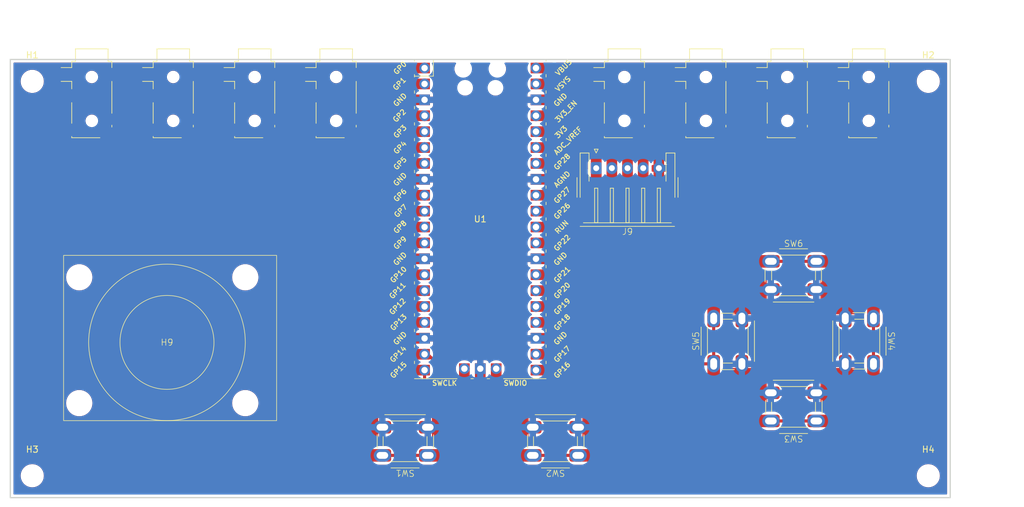
<source format=kicad_pcb>
(kicad_pcb (version 20240108) (generator "pcbnew") (generator_version "8.0")
  (layers (0 "F.Cu" signal) (31 "B.Cu" signal) (34 "B.Paste" user) (35 "F.Paste" user) (36 "B.SilkS" user "B.Silkscreen") (37 "F.SilkS" user "F.Silkscreen") (38 "B.Mask" user) (39 "F.Mask" user) (44 "Edge.Cuts" user))
  (net 0 "")
  (net 1 "+3V3")
  (net 2 "/ADC2")
  (net 3 "/ADC1")
  (net 4 "/GPIO22")
  (net 6 "/ADC0")
  (net 7 "/GPIO20")
  (net 9 "/GPIO21")
  (net 10 "/GPIO19")
  (net 11 "/GPIO18")
  (net 12 "/GPIO17")
  (net 14 "/GPIO16")
  (net 15 "/GPIO15")
  (net 16 "/GPIO14")
  (net 17 "/GPIO13")
  (net 18 "/GPIO12")
  (net 19 "/GPIO7")
  (net 23 "/GPIO6")
  (net 24 "/GPIO11")
  (net 25 "/GPIO10")
  (net 26 "/GPIO5")
  (net 27 "/GPIO8")
  (net 29 "GND")
  (net 30 "/GPIO3")
  (net 31 "/GPIO2")
  (net 32 "/GPIO1")
  (net 33 "/GPIO0")
  (net 34 "/GPIO9")
  (net 35 "/GPIO4")
  (net 36 "/ADC2_N")
  (net 37 "/ADC0_N")
  (footprint "Audio-jacks Libraries:SW_PUSH_combined_6mm" (layer "F.Cu") (at 171.75 82.25)
    (property "Reference" "SW6")
    (property "Value" "SW_Push")
  )
  (footprint "Audio-jacks Libraries:Jack_3.5_PJ31060-I_L_pads" (layer "F.Cu") (at 89 57.5)
    (property "Reference" "J2" (hide yes))
    (property "Value" "AudioJack4_SwitchTR1" (hide yes))
  )
  (footprint "Audio-jacks Libraries:JST_XH_S5B_combined_1x05" (layer "F.Cu") (at 143.5 67.43)
    (property "Reference" "J9")
    (property "Value" "Conn_01x05_MountingPin")
  )
  (footprint "MountingHole:MountingHole_3.2mm_M3" (layer "F.Cu") (at 53.5 53.5)
    (property "Reference" "H1")
    (property "Value" "MountingHole")
  )
  (footprint "Audio-jacks Libraries:Joystick_module_lifted" (layer "F.Cu") (at 61 84.8)
    (property "Reference" "H9")
    (property "Value" "Joystick module - 4 MP")
  )
  (footprint "Audio-jacks Libraries:Jack_3.5_PJ31060-I_L_pads" (layer "F.Cu") (at 174 57.5)
    (property "Reference" "J6" (hide yes))
    (property "Value" "AudioJack4_SwitchTR1" (hide yes))
  )
  (footprint "Audio-jacks Libraries:SW_PUSH_combined_6mm" (layer "F.Cu") (at 116.25 113.25 180)
    (property "Reference" "SW1")
    (property "Value" "SW_Push")
  )
  (footprint "Audio-jacks Libraries:SW_PUSH_combined_6mm" (layer "F.Cu") (at 187.75 91.75 -90)
    (property "Reference" "SW4")
    (property "Value" "SW_Push")
  )
  (footprint "MCU_RaspberryPi_and_Boards:RPi_Pico_SMD_TH" (layer "F.Cu") (at 125 75.5)
    (property "Reference" "U1")
    (property "Value" "Pico")
  )
  (footprint "Audio-jacks Libraries:Jack_3.5_PJ31060-I_L_pads" (layer "F.Cu") (at 161 57.5)
    (property "Reference" "J7" (hide yes))
    (property "Value" "AudioJack4_SwitchTR1" (hide yes))
  )
  (footprint "MountingHole:MountingHole_3.2mm_M3" (layer "F.Cu") (at 196.5 53.5)
    (property "Reference" "H2")
    (property "Value" "MountingHole")
  )
  (footprint "Audio-jacks Libraries:Jack_3.5_PJ31060-I_L_pads" (layer "F.Cu") (at 148 57.5)
    (property "Reference" "J8" (hide yes))
    (property "Value" "AudioJack4_SwitchTR1" (hide yes))
  )
  (footprint "Audio-jacks Libraries:Jack_3.5_PJ31060-I_L_pads" (layer "F.Cu") (at 102 57.5)
    (property "Reference" "J1" (hide yes))
    (property "Value" "AudioJack4_SwitchTR1" (hide yes))
  )
  (footprint "Audio-jacks Libraries:Jack_3.5_PJ31060-I_L_pads" (layer "F.Cu") (at 63 57.5)
    (property "Reference" "J4" (hide yes))
    (property "Value" "AudioJack4_SwitchTR1" (hide yes))
  )
  (footprint "Audio-jacks Libraries:SW_PUSH_combined_6mm" (layer "F.Cu") (at 162.25 98.25 90)
    (property "Reference" "SW5")
    (property "Value" "SW_Push")
  )
  (footprint "MountingHole:MountingHole_3.2mm_M3" (layer "F.Cu") (at 196.5 116.5)
    (property "Reference" "H4")
    (property "Value" "MountingHole")
  )
  (footprint "Audio-jacks Libraries:SW_PUSH_combined_6mm" (layer "F.Cu") (at 140.25 113.25 180)
    (property "Reference" "SW2")
    (property "Value" "SW_Push")
  )
  (footprint "MountingHole:MountingHole_3.2mm_M3" (layer "F.Cu") (at 53.5 116.5)
    (property "Reference" "H3")
    (property "Value" "MountingHole")
  )
  (footprint "Audio-jacks Libraries:SW_PUSH_combined_6mm" (layer "F.Cu") (at 178.25 107.75 180)
    (property "Reference" "SW3")
    (property "Value" "SW_Push")
  )
  (footprint "Audio-jacks Libraries:Jack_3.5_PJ31060-I_L_pads" (layer "F.Cu") (at 187 57.5)
    (property "Reference" "J5" (hide yes))
    (property "Value" "AudioJack4_SwitchTR1" (hide yes))
  )
  (footprint "Audio-jacks Libraries:Jack_3.5_PJ31060-I_L_pads" (layer "F.Cu") (at 76 57.5)
    (property "Reference" "J3" (hide yes))
    (property "Value" "AudioJack4_SwitchTR1" (hide yes))
  )
  (gr_rect (start 50 50) (end 200 120) (stroke (width 0.2)) (fill none) (layer "Edge.Cuts"))
  (segment (start 151.2 52.4) (end 152.85 54.05) (width 0.5) (layer "F.Cu") (net 1))
  (segment (start 160.564214 63.35) (end 159.564213 64.350001) (width 0.5) (layer "F.Cu") (net 1))
  (segment (start 151 67.43) (end 151 67.36) (width 0.5) (layer "F.Cu") (net 1))
  (segment (start 164.2 52.4) (end 164.2 52.35) (width 0.5) (layer "F.Cu") (net 1))
  (segment (start 149.536437 54.063563) (end 151.2 52.4) (width 0.5) (layer "F.Cu") (net 1))
  (segment (start 162.55 54.05) (end 164.2 52.4) (width 0.5) (layer "F.Cu") (net 1))
  (segment (start 137.29 60.21) (end 137.29 58.21) (width 0.5) (layer "F.Cu") (net 1))
  (segment (start 151 65) (end 151 67.43) (width 0.5) (layer "F.Cu") (net 1))
  (segment (start 151.649999 64.350001) (end 151 65) (width 0.5) (layer "F.Cu") (net 1))
  (segment (start 159.564213 64.350001) (end 151.649999 64.350001) (width 0.5) (layer "F.Cu") (net 1))
  (segment (start 141.436437 54.063563) (end 149.536437 54.063563) (width 0.5) (layer "F.Cu") (net 1))
  (segment (start 133.89 61.53) (end 135.97 61.53) (width 0.5) (layer "F.Cu") (net 1))
  (segment (start 164.2 52.35) (end 166.65 54.8) (width 0.5) (layer "F.Cu") (net 1))
  (segment (start 137.29 58.21) (end 141.436437 54.063563) (width 0.5) (layer "F.Cu") (net 1))
  (segment (start 166.65 62.744688) (end 166.044688 63.35) (width 0.5) (layer "F.Cu") (net 1))
  (segment (start 152.85 54.05) (end 162.55 54.05) (width 0.5) (layer "F.Cu") (net 1))
  (segment (start 166.65 54.8) (end 166.65 62.744688) (width 0.5) (layer "F.Cu") (net 1))
  (segment (start 166.044688 63.35) (end 160.564214 63.35) (width 0.5) (layer "F.Cu") (net 1))
  (segment (start 135.97 61.53) (end 137.29 60.21) (width 0.5) (layer "F.Cu") (net 1))
  (segment (start 138.290001 58.624213) (end 141.114214 55.8) (width 0.5) (layer "F.Cu") (net 2))
  (segment (start 137.29 61.624214) (end 138.290001 60.624213) (width 0.5) (layer "F.Cu") (net 2))
  (segment (start 137.29 65.246386) (end 137.29 61.624214) (width 0.5) (layer "F.Cu") (net 2))
  (segment (start 133.89 66.61) (end 135.926386 66.61) (width 0.5) (layer "F.Cu") (net 2))
  (segment (start 141.114214 55.8) (end 144.8 55.8) (width 0.5) (layer "F.Cu") (net 2))
  (segment (start 135.926386 66.61) (end 137.29 65.246386) (width 0.5) (layer "F.Cu") (net 2))
  (segment (start 138.290001 60.624213) (end 138.290001 58.624213) (width 0.5) (layer "F.Cu") (net 2))
  (segment (start 147.085786 57.5) (end 152.594688 57.5) (width 0.5) (layer "F.Cu") (net 3))
  (segment (start 155.194688 55.8) (end 157.8 55.8) (width 0.5) (layer "F.Cu") (net 3))
  (segment (start 141.35 59.841098) (end 142.541098 58.65) (width 0.5) (layer "F.Cu") (net 3))
  (segment (start 136.299999 71.600001) (end 140.8875 67.0125) (width 0.5) (layer "F.Cu") (net 3))
  (segment (start 153.044688 57.95) (end 155.194688 55.8) (width 0.5) (layer "F.Cu") (net 3))
  (segment (start 142.541098 58.65) (end 145.935786 58.65) (width 0.5) (layer "F.Cu") (net 3))
  (segment (start 154.85 62.35) (end 156.7 62.35) (width 0.5) (layer "F.Cu") (net 3))
  (segment (start 152.594688 57.5) (end 153.044688 57.95) (width 0.5) (layer "F.Cu") (net 3))
  (segment (start 140.887499 64.277877) (end 140.887499 63.449451) (width 0.5) (layer "F.Cu") (net 3))
  (segment (start 140.887499 63.449451) (end 141.35 62.98695) (width 0.5) (layer "F.Cu") (net 3))
  (segment (start 141.35 62.98695) (end 141.35 59.841098) (width 0.5) (layer "F.Cu") (net 3))
  (segment (start 153.65 61.15) (end 154.85 62.35) (width 0.5) (layer "F.Cu") (net 3))
  (segment (start 133.89 71.69) (end 136.299999 71.69) (width 0.5) (layer "F.Cu") (net 3))
  (segment (start 153.044688 57.95) (end 153.65 58.555312) (width 0.5) (layer "F.Cu") (net 3))
  (segment (start 156.7 62.35) (end 157.8 61.25) (width 0.5) (layer "F.Cu") (net 3))
  (segment (start 140.8875 67.0125) (end 140.887499 64.277877) (width 0.5) (layer "F.Cu") (net 3))
  (segment (start 153.65 58.555312) (end 153.65 61.15) (width 0.5) (layer "F.Cu") (net 3))
  (segment (start 136.299999 71.69) (end 136.299999 71.600001) (width 0.5) (layer "F.Cu") (net 3))
  (segment (start 145.935786 58.65) (end 147.085786 57.5) (width 0.5) (layer "F.Cu") (net 3))
  (segment (start 138.3 73.314214) (end 138.3 72.428428) (width 0.5) (layer "F.Cu") (net 4))
  (segment (start 137.5 74.114214) (end 138.3 73.314214) (width 0.5) (layer "F.Cu") (net 4))
  (segment (start 148.5 64.5) (end 148.5 67.36) (width 0.5) (layer "F.Cu") (net 4))
  (segment (start 164.2 61.75) (end 160.75 61.75) (width 0.5) (layer "F.Cu") (net 4))
  (segment (start 136.35 79.31) (end 137.5 78.16) (width 0.5) (layer "F.Cu") (net 4))
  (segment (start 164.2 59.55) (end 164.2 61.75) (width 0.5) (layer "F.Cu") (net 4))
  (segment (start 138.3 72.428428) (end 140.298428 70.43) (width 0.5) (layer "F.Cu") (net 4))
  (segment (start 137.5 78.16) (end 137.5 74.114214) (width 0.5) (layer "F.Cu") (net 4))
  (segment (start 146.969152 70.43) (end 148.5 68.899152) (width 0.5) (layer "F.Cu") (net 4))
  (segment (start 160.75 61.75) (end 159.15 63.35) (width 0.5) (layer "F.Cu") (net 4))
  (segment (start 148.5 68.899152) (end 148.5 67.43) (width 0.5) (layer "F.Cu") (net 4))
  (segment (start 159.15 63.35) (end 149.65 63.35) (width 0.5) (layer "F.Cu") (net 4))
  (segment (start 133.89 79.31) (end 136.35 79.31) (width 0.5) (layer "F.Cu") (net 4))
  (segment (start 149.65 63.35) (end 148.5 64.5) (width 0.5) (layer "F.Cu") (net 4))
  (segment (start 140.298428 70.43) (end 146.969152 70.43) (width 0.5) (layer "F.Cu") (net 4))
  (segment (start 141.8875 67.426714) (end 141.8875 63.863664) (width 0.5) (layer "F.Cu") (net 6))
  (segment (start 137.3 72.014214) (end 141.8875 67.426714) (width 0.5) (layer "F.Cu") (net 6))
  (segment (start 141.8875 63.863664) (end 142.35 63.401164) (width 0.5) (layer "F.Cu") (net 6))
  (segment (start 142.35 63.401164) (end 142.35 60.255312) (width 0.5) (layer "F.Cu") (net 6))
  (segment (start 142.35 60.255312) (end 142.955312 59.65) (width 0.5) (layer "F.Cu") (net 6))
  (segment (start 137.3 72.9) (end 137.3 72.014214) (width 0.5) (layer "F.Cu") (net 6))
  (segment (start 142.955312 59.65) (end 146.35 59.65) (width 0.5) (layer "F.Cu") (net 6))
  (segment (start 135.97 74.23) (end 137.3 72.9) (width 0.5) (layer "F.Cu") (net 6))
  (segment (start 147.5 58.5) (end 150.15 58.5) (width 0.5) (layer "F.Cu") (net 6))
  (segment (start 133.89 74.23) (end 135.97 74.23) (width 0.5) (layer "F.Cu") (net 6))
  (segment (start 150.15 58.5) (end 151.25 59.6) (width 0.5) (layer "F.Cu") (net 6))
  (segment (start 146.35 59.65) (end 147.5 58.5) (width 0.5) (layer "F.Cu") (net 6))
  (segment (start 139.781571 85.390001) (end 138.241572 86.93) (width 0.5) (layer "F.Cu") (net 7))
  (segment (start 138.241572 86.93) (end 133.89 86.93) (width 0.5) (layer "F.Cu") (net 7))
  (segment (start 175.565356 61.75) (end 151.925355 85.390001) (width 0.5) (layer "F.Cu") (net 7))
  (segment (start 177.2 61.75) (end 175.565356 61.75) (width 0.5) (layer "F.Cu") (net 7))
  (segment (start 151.925355 85.390001) (end 139.781571 85.390001) (width 0.5) (layer "F.Cu") (net 7))
  (segment (start 177.2 59.55) (end 177.2 61.75) (width 0.5) (layer "F.Cu") (net 7))
  (segment (start 170.8 61.25) (end 172 62.45) (width 0.5) (layer "F.Cu") (net 9))
  (segment (start 151.511142 84.39) (end 133.89 84.39) (width 0.5) (layer "F.Cu") (net 9))
  (segment (start 172 62.45) (end 172 63.901142) (width 0.5) (layer "F.Cu") (net 9))
  (segment (start 170.8 55.8) (end 170.8 61.25) (width 0.5) (layer "F.Cu") (net 9))
  (segment (start 172 63.901142) (end 151.511142 84.39) (width 0.5) (layer "F.Cu") (net 9))
  (segment (start 137.115786 89.47) (end 133.89 89.47) (width 0.5) (layer "F.Cu") (net 10))
  (segment (start 152.339568 86.390002) (end 140.195784 86.390002) (width 0.5) (layer "F.Cu") (net 10))
  (segment (start 177.2 52.4) (end 179.65 54.85) (width 0.5) (layer "F.Cu") (net 10))
  (segment (start 179.65 62.744688) (end 179.044688 63.35) (width 0.5) (layer "F.Cu") (net 10))
  (segment (start 175.37957 63.35) (end 152.339568 86.390002) (width 0.5) (layer "F.Cu") (net 10))
  (segment (start 179.044688 63.35) (end 175.37957 63.35) (width 0.5) (layer "F.Cu") (net 10))
  (segment (start 179.65 54.85) (end 179.65 62.744688) (width 0.5) (layer "F.Cu") (net 10))
  (segment (start 140.195784 86.390002) (end 137.115786 89.47) (width 0.5) (layer "F.Cu") (net 10))
  (segment (start 135.99 92.01) (end 133.89 92.01) (width 0.5) (layer "F.Cu") (net 11))
  (segment (start 183.8 61.25) (end 182.558902 61.25) (width 0.5) (layer "F.Cu") (net 11))
  (segment (start 175.793784 64.35) (end 152.753781 87.390003) (width 0.5) (layer "F.Cu") (net 11))
  (segment (start 140.609997 87.390003) (end 135.99 92.01) (width 0.5) (layer "F.Cu") (net 11))
  (segment (start 179.458902 64.35) (end 175.793784 64.35) (width 0.5) (layer "F.Cu") (net 11))
  (segment (start 182.558902 61.25) (end 179.458902 64.35) (width 0.5) (layer "F.Cu") (net 11))
  (segment (start 183.8 55.8) (end 183.8 61.25) (width 0.5) (layer "F.Cu") (net 11))
  (segment (start 152.753781 87.390003) (end 140.609997 87.390003) (width 0.5) (layer "F.Cu") (net 11))
  (segment (start 165.814642 82.25) (end 171.375 82.25) (width 0.5) (layer "F.Cu") (net 12))
  (segment (start 182.099999 69.850001) (end 182.099999 79.936252) (width 0.5) (layer "F.Cu") (net 12))
  (segment (start 171.375 82.25) (end 178.625 82.25) (width 0.5) (layer "F.Cu") (net 12))
  (segment (start 179.786251 82.25) (end 178.625 82.25) (width 0.5) (layer "F.Cu") (net 12))
  (segment (start 190.2 59.55) (end 190.2 61.75) (width 0.5) (layer "F.Cu") (net 12))
  (segment (start 136.750786 97.625) (end 158.875 97.625) (width 0.5) (layer "F.Cu") (net 12))
  (segment (start 136.215786 97.09) (end 136.750786 97.625) (width 0.5) (layer "F.Cu") (net 12))
  (segment (start 160.5 87.564642) (end 165.814642 82.25) (width 0.5) (layer "F.Cu") (net 12))
  (segment (start 158.875 97.625) (end 160.5 96) (width 0.5) (layer "F.Cu") (net 12))
  (segment (start 133.89 97.09) (end 136.215786 97.09) (width 0.5) (layer "F.Cu") (net 12))
  (segment (start 160.5 96) (end 160.5 87.564642) (width 0.5) (layer "F.Cu") (net 12))
  (segment (start 182.099999 79.936252) (end 179.786251 82.25) (width 0.5) (layer "F.Cu") (net 12))
  (segment (start 190.2 61.75) (end 182.099999 69.850001) (width 0.5) (layer "F.Cu") (net 12))
  (segment (start 183.1 70.264214) (end 183.1 83.4) (width 0.5) (layer "F.Cu") (net 14))
  (segment (start 190.014214 63.35) (end 183.1 70.264214) (width 0.5) (layer "F.Cu") (net 14))
  (segment (start 190.2 52.4) (end 192.682322 54.882322) (width 0.5) (layer "F.Cu") (net 14))
  (segment (start 192.682322 54.882322) (end 192.682322 62.712366) (width 0.5) (layer "F.Cu") (net 14))
  (segment (start 183.1 83.4) (end 182.5 84) (width 0.5) (layer "F.Cu") (net 14))
  (segment (start 192.044688 63.35) (end 190.014214 63.35) (width 0.5) (layer "F.Cu") (net 14))
  (segment (start 162.25 98.625) (end 137.165 98.625) (width 0.5) (layer "F.Cu") (net 14))
  (segment (start 162.25 91.375) (end 162.25 98.625) (width 0.5) (layer "F.Cu") (net 14))
  (segment (start 162.25 87.228856) (end 162.25 90.213749) (width 0.5) (layer "F.Cu") (net 14))
  (segment (start 137.165 98.625) (end 136.16 99.63) (width 0.5) (layer "F.Cu") (net 14))
  (segment (start 192.682322 62.712366) (end 192.044688 63.35) (width 0.5) (layer "F.Cu") (net 14))
  (segment (start 165.478856 84) (end 162.25 87.228856) (width 0.5) (layer "F.Cu") (net 14))
  (segment (start 136.16 99.63) (end 133.89 99.63) (width 0.5) (layer "F.Cu") (net 14))
  (segment (start 182.5 84) (end 165.478856 84) (width 0.5) (layer "F.Cu") (net 14))
  (segment (start 162.25 90.213749) (end 162.25 91.375) (width 0.5) (layer "F.Cu") (net 14))
  (segment (start 120.25 105.5) (end 163.564642 105.5) (width 0.5) (layer "F.Cu") (net 15))
  (segment (start 167.564642 109.5) (end 182.5 109.5) (width 0.5) (layer "F.Cu") (net 15))
  (segment (start 116.11 101.36) (end 120.25 105.5) (width 0.5) (layer "F.Cu") (net 15))
  (segment (start 187.75 98.625) (end 187.75 91.375) (width 0.5) (layer "F.Cu") (net 15))
  (segment (start 187.75 104.25) (end 187.75 98.625) (width 0.5) (layer "F.Cu") (net 15))
  (segment (start 116.11 99.63) (end 116.11 101.36) (width 0.5) (layer "F.Cu") (net 15))
  (segment (start 163.564642 105.5) (end 167.564642 109.5) (width 0.5) (layer "F.Cu") (net 15))
  (segment (start 182.5 109.5) (end 187.75 104.25) (width 0.5) (layer "F.Cu") (net 15))
  (segment (start 120.664214 104.5) (end 163.978856 104.5) (width 0.5) (layer "F.Cu") (net 16))
  (segment (start 117.71 101.545786) (end 120.664214 104.5) (width 0.5) (layer "F.Cu") (net 16))
  (segment (start 117.71 98.21) (end 117.71 101.545786) (width 0.5) (layer "F.Cu") (net 16))
  (segment (start 163.978856 104.5) (end 167.228856 107.75) (width 0.5) (layer "F.Cu") (net 16))
  (segment (start 116.59 97.09) (end 117.71 98.21) (width 0.5) (layer "F.Cu") (net 16))
  (segment (start 171.375 107.75) (end 178.625 107.75) (width 0.5) (layer "F.Cu") (net 16))
  (segment (start 167.228856 107.75) (end 171.375 107.75) (width 0.5) (layer "F.Cu") (net 16))
  (segment (start 116.11 97.09) (end 116.59 97.09) (width 0.5) (layer "F.Cu") (net 16))
  (segment (start 116.11 92.01) (end 112.904214 92.01) (width 0.5) (layer "F.Cu") (net 17))
  (segment (start 120.5 111.5) (end 122.25 113.25) (width 0.5) (layer "F.Cu") (net 17))
  (segment (start 122.25 113.25) (end 140.25 113.25) (width 0.5) (layer "F.Cu") (net 17))
  (segment (start 104.75 100.164214) (end 104.75 110.25) (width 0.5) (layer "F.Cu") (net 17))
  (segment (start 104.75 110.25) (end 106 111.5) (width 0.5) (layer "F.Cu") (net 17))
  (segment (start 112.904214 92.01) (end 104.75 100.164214) (width 0.5) (layer "F.Cu") (net 17))
  (segment (start 106 111.5) (end 120.5 111.5) (width 0.5) (layer "F.Cu") (net 17))
  (segment (start 108.713749 113.25) (end 109.75 113.25) (width 0.5) (layer "F.Cu") (net 18))
  (segment (start 106.335786 113.25) (end 108.713749 113.25) (width 0.5) (layer "F.Cu") (net 18))
  (segment (start 109.75 113.25) (end 116.25 113.25) (width 0.5) (layer "F.Cu") (net 18))
  (segment (start 114.03 89.47) (end 103.749999 99.750001) (width 0.5) (layer "F.Cu") (net 18))
  (segment (start 103.749999 99.750001) (end 103.749999 110.664213) (width 0.5) (layer "F.Cu") (net 18))
  (segment (start 103.749999 110.664213) (end 106.335786 113.25) (width 0.5) (layer "F.Cu") (net 18))
  (segment (start 116.11 89.47) (end 114.03 89.47) (width 0.5) (layer "F.Cu") (net 18))
  (segment (start 111.894214 74.23) (end 116.11 74.23) (width 0.5) (layer "F.Cu") (net 19))
  (segment (start 90.140001 72.690001) (end 110.354215 72.690001) (width 0.5) (layer "F.Cu") (net 19))
  (segment (start 110.354215 72.690001) (end 111.894214 74.23) (width 0.5) (layer "F.Cu") (net 19))
  (segment (start 79.2 59.55) (end 79.2 61.75) (width 0.5) (layer "F.Cu") (net 19))
  (segment (start 79.2 61.75) (end 90.140001 72.690001) (width 0.5) (layer "F.Cu") (net 19))
  (segment (start 81.65 62.785786) (end 90.554214 71.69) (width 0.5) (layer "F.Cu") (net 23))
  (segment (start 90.554214 71.69) (end 116.11 71.69) (width 0.5) (layer "F.Cu") (net 23))
  (segment (start 81.65 54.85) (end 81.65 62.785786) (width 0.5) (layer "F.Cu") (net 23))
  (segment (start 79.2 52.4) (end 81.65 54.85) (width 0.5) (layer "F.Cu") (net 23))
  (segment (start 105.720001 79.000001) (end 113.65 86.93) (width 0.5) (layer "F.Cu") (net 24))
  (segment (start 59.8 55.8) (end 59.8 61.25) (width 0.5) (layer "F.Cu") (net 24))
  (segment (start 61.9 63.35) (end 65.85 63.35) (width 0.5) (layer "F.Cu") (net 24))
  (segment (start 113.65 86.93) (end 116.11 86.93) (width 0.5) (layer "F.Cu") (net 24))
  (segment (start 71.000001 68.500001) (end 77.085787 68.500001) (width 0.5) (layer "F.Cu") (net 24))
  (segment (start 87.585787 79.000001) (end 105.720001 79.000001) (width 0.5) (layer "F.Cu") (net 24))
  (segment (start 59.8 61.25) (end 61.9 63.35) (width 0.5) (layer "F.Cu") (net 24))
  (segment (start 77.085787 68.500001) (end 87.585787 79.000001) (width 0.5) (layer "F.Cu") (net 24))
  (segment (start 65.85 63.35) (end 71.000001 68.500001) (width 0.5) (layer "F.Cu") (net 24))
  (segment (start 66.2 59.55) (end 66.2 61.75) (width 0.5) (layer "F.Cu") (net 25))
  (segment (start 112.524214 84.39) (end 116.11 84.39) (width 0.5) (layer "F.Cu") (net 25))
  (segment (start 88 78) (end 106.134214 78) (width 0.5) (layer "F.Cu") (net 25))
  (segment (start 77.5 67.5) (end 88 78) (width 0.5) (layer "F.Cu") (net 25))
  (segment (start 71.414214 67.5) (end 77.5 67.5) (width 0.5) (layer "F.Cu") (net 25))
  (segment (start 66.2 62.349999) (end 66.264213 62.349999) (width 0.5) (layer "F.Cu") (net 25))
  (segment (start 66.264213 62.349999) (end 71.414214 67.5) (width 0.5) (layer "F.Cu") (net 25))
  (segment (start 106.134214 78) (end 112.524214 84.39) (width 0.5) (layer "F.Cu") (net 25))
  (segment (start 66.2 61.75) (end 66.2 62.349999) (width 0.5) (layer "F.Cu") (net 25))
  (segment (start 85.8 61.25) (end 87.25 61.25) (width 0.5) (layer "F.Cu") (net 26))
  (segment (start 87.25 61.25) (end 89.35 63.35) (width 0.5) (layer "F.Cu") (net 26))
  (segment (start 85.8 55.8) (end 85.8 61.25) (width 0.5) (layer "F.Cu") (net 26))
  (segment (start 89.35 63.35) (end 92.385786 63.35) (width 0.5) (layer "F.Cu") (net 26))
  (segment (start 92.385786 63.35) (end 95.645786 66.61) (width 0.5) (layer "F.Cu") (net 26))
  (segment (start 95.645786 66.61) (end 116.11 66.61) (width 0.5) (layer "F.Cu") (net 26))
  (segment (start 72.8 62.8) (end 73.35 63.35) (width 0.5) (layer "F.Cu") (net 27))
  (segment (start 72.8 55.8) (end 72.8 62.8) (width 0.5) (layer "F.Cu") (net 27))
  (segment (start 89.725788 73.690002) (end 109.940002 73.690002) (width 0.5) (layer "F.Cu") (net 27))
  (segment (start 73.35 63.35) (end 79.385786 63.35) (width 0.5) (layer "F.Cu") (net 27))
  (segment (start 109.940002 73.690002) (end 113.02 76.77) (width 0.5) (layer "F.Cu") (net 27))
  (segment (start 113.02 76.77) (end 116.11 76.77) (width 0.5) (layer "F.Cu") (net 27))
  (segment (start 79.385786 63.35) (end 89.725788 73.690002) (width 0.5) (layer "F.Cu") (net 27))
  (segment (start 96.474214 64.61) (end 109.804214 64.61) (width 0.5) (layer "F.Cu") (net 30))
  (segment (start 94.65 54.85) (end 94.65 62.785786) (width 0.5) (layer "F.Cu") (net 30))
  (segment (start 94.65 62.785786) (end 96.474214 64.61) (width 0.5) (layer "F.Cu") (net 30))
  (segment (start 92.2 52.4) (end 94.65 54.85) (width 0.5) (layer "F.Cu") (net 30))
  (segment (start 112.884214 61.53) (end 116.11 61.53) (width 0.5) (layer "F.Cu") (net 30))
  (segment (start 109.804214 64.61) (end 112.884214 61.53) (width 0.5) (layer "F.Cu") (net 30))
  (segment (start 101.16 63.61) (end 109.39 63.61) (width 0.5) (layer "F.Cu") (net 31))
  (segment (start 98.8 61.25) (end 101.16 63.61) (width 0.5) (layer "F.Cu") (net 31))
  (segment (start 114.01 58.99) (end 116.11 58.99) (width 0.5) (layer "F.Cu") (net 31))
  (segment (start 98.8 55.8) (end 98.8 61.25) (width 0.5) (layer "F.Cu") (net 31))
  (segment (start 109.39 63.61) (end 114.01 58.99) (width 0.5) (layer "F.Cu") (net 31))
  (segment (start 105.2 61.75) (end 105.2 59.55) (width 0.5) (layer "F.Cu") (net 32))
  (segment (start 108.09 53.91) (end 116.11 53.91) (width 0.5) (layer "F.Cu") (net 32))
  (segment (start 105.2 59.55) (end 105.2 56.8) (width 0.5) (layer "F.Cu") (net 32))
  (segment (start 105.2 56.8) (end 108.09 53.91) (width 0.5) (layer "F.Cu") (net 32))
  (segment (start 105.71 52.91) (end 112.11 52.91) (width 0.5) (layer "F.Cu") (net 33))
  (segment (start 113.65 51.37) (end 116.11 51.37) (width 0.5) (layer "F.Cu") (net 33))
  (segment (start 112.11 52.91) (end 113.65 51.37) (width 0.5) (layer "F.Cu") (net 33))
  (segment (start 105.2 52.4) (end 105.71 52.91) (width 0.5) (layer "F.Cu") (net 33))
  (segment (start 78.971572 64.35) (end 89.311575 74.690003) (width 0.5) (layer "F.Cu") (net 34))
  (segment (start 66.2 52.4) (end 70.35 56.55) (width 0.5) (layer "F.Cu") (net 34))
  (segment (start 114.06 79.31) (end 116.11 79.31) (width 0.5) (layer "F.Cu") (net 34))
  (segment (start 70.35 56.55) (end 70.35 62.35) (width 0.5) (layer "F.Cu") (net 34))
  (segment (start 109.440003 74.690003) (end 114.06 79.31) (width 0.5) (layer "F.Cu") (net 34))
  (segment (start 72.35 64.35) (end 78.971572 64.35) (width 0.5) (layer "F.Cu") (net 34))
  (segment (start 89.311575 74.690003) (end 109.440003 74.690003) (width 0.5) (layer "F.Cu") (net 34))
  (segment (start 70.35 62.35) (end 72.35 64.35) (width 0.5) (layer "F.Cu") (net 34))
  (segment (start 111.758428 64.07) (end 116.11 64.07) (width 0.5) (layer "F.Cu") (net 35))
  (segment (start 92.2 61.75) (end 92.2 59.55) (width 0.5) (layer "F.Cu") (net 35))
  (segment (start 96.06 65.61) (end 110.218428 65.61) (width 0.5) (layer "F.Cu") (net 35))
  (segment (start 92.2 61.75) (end 96.06 65.61) (width 0.5) (layer "F.Cu") (net 35))
  (segment (start 110.218428 65.61) (end 111.758428 64.07) (width 0.5) (layer "F.Cu") (net 35))
  (segment (start 143.5 62.4) (end 143.5 67.36) (width 0.5) (layer "F.Cu") (net 36))
  (segment (start 144.8 61.1) (end 143.5 62.4) (width 0.5) (layer "F.Cu") (net 36))
  (segment (start 146 63.5) (end 146 67.36) (width 0.5) (layer "F.Cu") (net 37))
  (segment (start 147.75 61.75) (end 146 63.5) (width 0.5) (layer "F.Cu") (net 37))
  (segment (start 151.2 61.75) (end 147.75 61.75) (width 0.5) (layer "F.Cu") (net 37))
  (zone (net 0) (net_name "") (layer "F.Cu") (connect_pads (clearance 0)) (min_thickness 0.25)
    (keepout (tracks not_allowed) (vias not_allowed) (pads not_allowed) (copperpour not_allowed) (footprints allowed))
    (fill (thermal_gap 0.5) (thermal_bridge_width 0.5))
    (polygon (pts (xy 124 56.5) (xy 124 64.5) (xy 121 64.5) (xy 121 56.5)))
  )
  (zone (net 0) (net_name "") (layer "F.Cu") (connect_pads (clearance 0)) (min_thickness 0.25)
    (keepout (tracks not_allowed) (vias allowed) (pads allowed) (copperpour not_allowed) (footprints allowed))
    (fill (thermal_gap 0.5) (thermal_bridge_width 0.5))
    (polygon (pts (xy 129 50.5) (xy 129 55.5) (xy 121 55.5) (xy 121 50.5)))
  )
  (zone (net 29) (net_name "GND") (layers "F&B.Cu") (connect_pads (clearance 0.5)) (min_thickness 0.25) (fill yes (thermal_gap 0.5) (thermal_bridge_width 1) (island_removal_mode 2) (island_area_min 10))
    (polygon (pts (xy 50 50) (xy 200 50) (xy 200 120) (xy 50 120)))
  )
)
</source>
